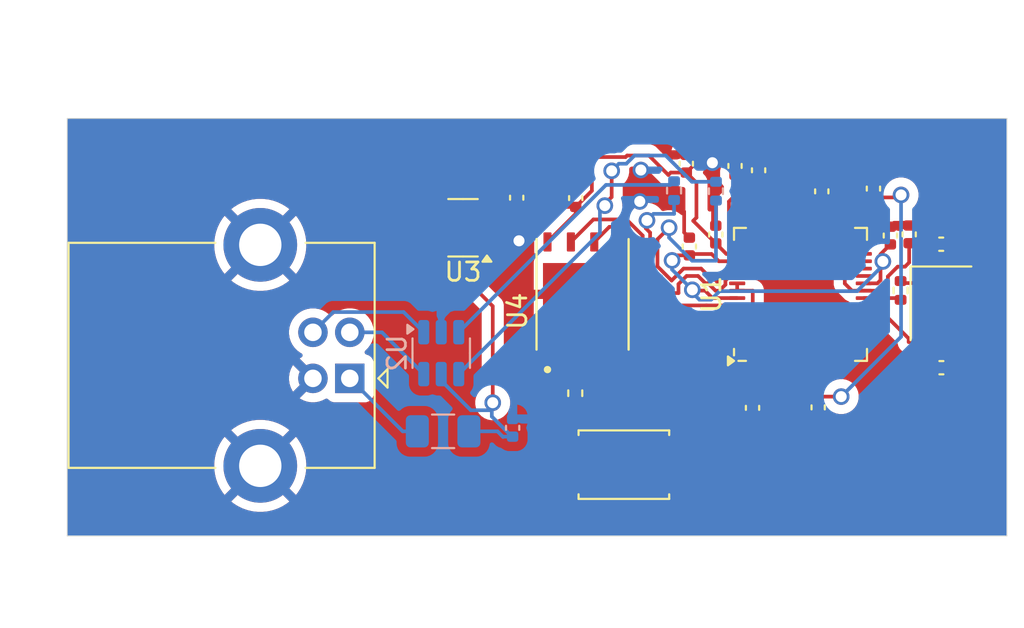
<source format=kicad_pcb>
(kicad_pcb (version 20241229) (generator "pcbnew") (generator_version "9.0")
  (layers (0 "F.Cu" signal) (2 "B.Cu" signal) (13 "F.Paste" user) (15 "B.Paste" user) (5 "F.SilkS" user "F.Silkscreen") (7 "B.SilkS" user "B.Silkscreen") (1 "F.Mask" user) (3 "B.Mask" user) (25 "Edge.Cuts" user))
  (net 0 "")
  (net 1 "GND")
  (net 2 "+5V")
  (net 3 "+3V3")
  (net 4 "/XTAL_IN")
  (net 5 "Net-(C4-Pad2)")
  (net 6 "Net-(J1-VBUS)")
  (net 7 "/D_USB_N")
  (net 8 "/D_USB_P")
  (net 9 "Net-(U1-USB_DP)")
  (net 10 "/D_P")
  (net 11 "Net-(U1-USB_DM)")
  (net 12 "/D_N")
  (net 13 "/XTAL_OUT")
  (net 14 "Net-(R4-Pad2)")
  (net 15 "/QSPI_SS")
  (net 28 "+1V1")
  (net 34 "/QSPI_SD1")
  (net 42 "/QSPI_SD0")
  (net 47 "/QSPI_SD2")
  (net 49 "/QSPI_SCLK")
  (net 53 "/QSPI_SD3")
  (footprint "Capacitor_SMD:C_0402_1005Metric-notxt" (layer "F.Cu") (at 95.1225 61.1775 90)
    (property "Reference" "C11")
    (property "Value" "100nF")
    (fp_line (start -0.107836 -0.36) (end 0.107836 -0.36) (stroke (width 0.12)) (layer "F.SilkS"))
    (fp_line (start -0.107836 0.36) (end 0.107836 0.36) (stroke (width 0.12)) (layer "F.SilkS"))
    (pad "1" smd roundrect (at -0.48 0 90) (size 0.56 0.62) (layers "F.Cu" "F.Mask" "F.Paste") (net 3 "+3V3"))
    (pad "2" smd roundrect (at 0.48 0 90) (size 0.56 0.62) (layers "F.Cu" "F.Mask" "F.Paste") (net 1 "GND"))
  )
  (footprint "Capacitor_SMD:C_0402_1005Metric-notxt" (layer "F.Cu") (at 105.6225 61.1675 90)
    (property "Reference" "C16")
    (property "Value" "100nF")
    (fp_line (start -0.107836 -0.36) (end 0.107836 -0.36) (stroke (width 0.12)) (layer "F.SilkS"))
    (fp_line (start -0.107836 0.36) (end 0.107836 0.36) (stroke (width 0.12)) (layer "F.SilkS"))
    (pad "1" smd roundrect (at -0.48 0 90) (size 0.56 0.62) (layers "F.Cu" "F.Mask" "F.Paste") (net 3 "+3V3"))
    (pad "2" smd roundrect (at 0.48 0 90) (size 0.56 0.62) (layers "F.Cu" "F.Mask" "F.Paste") (net 1 "GND"))
  )
  (footprint "Capacitor_SMD:C_0402_1005Metric-notxt" (layer "F.Cu") (at 107.3725 68.4075)
    (property "Reference" "C3")
    (property "Value" "22pF")
    (fp_line (start -0.107836 -0.36) (end 0.107836 -0.36) (stroke (width 0.12)) (layer "F.SilkS"))
    (fp_line (start -0.107836 0.36) (end 0.107836 0.36) (stroke (width 0.12)) (layer "F.SilkS"))
    (pad "1" smd roundrect (at -0.48 0) (size 0.56 0.62) (layers "F.Cu" "F.Mask" "F.Paste") (net 1 "GND"))
    (pad "2" smd roundrect (at 0.48 0) (size 0.56 0.62) (layers "F.Cu" "F.Mask" "F.Paste") (net 4 "/XTAL_IN"))
  )
  (footprint "Capacitor_SMD:C_0402_1005Metric-notxt" (layer "F.Cu") (at 96.1675 57.4525 90)
    (property "Reference" "C14")
    (property "Value" "100nF")
    (fp_line (start -0.107836 -0.36) (end 0.107836 -0.36) (stroke (width 0.12)) (layer "F.SilkS"))
    (fp_line (start -0.107836 0.36) (end 0.107836 0.36) (stroke (width 0.12)) (layer "F.SilkS"))
    (pad "1" smd roundrect (at -0.48 0 90) (size 0.56 0.62) (layers "F.Cu" "F.Mask" "F.Paste") (net 3 "+3V3"))
    (pad "2" smd roundrect (at 0.48 0 90) (size 0.56 0.62) (layers "F.Cu" "F.Mask" "F.Paste") (net 1 "GND"))
  )
  (footprint "Capacitor_SMD:C_0402_1005Metric-notxt" (layer "F.Cu") (at 103.6825 58.6825 90)
    (property "Reference" "C9")
    (property "Value" "10uF")
    (fp_line (start -0.107836 -0.36) (end 0.107836 -0.36) (stroke (width 0.12)) (layer "F.SilkS"))
    (fp_line (start -0.107836 0.36) (end 0.107836 0.36) (stroke (width 0.12)) (layer "F.SilkS"))
    (pad "1" smd roundrect (at -0.48 0 90) (size 0.56 0.62) (layers "F.Cu" "F.Mask" "F.Paste") (net 3 "+3V3"))
    (pad "2" smd roundrect (at 0.48 0 90) (size 0.56 0.62) (layers "F.Cu" "F.Mask" "F.Paste") (net 1 "GND"))
  )
  (footprint "W25Q16JVZPIQ (2):SON127P500X600X80-9N" (layer "F.Cu") (at 87.89 64.425 90)
    (property "Reference" "U4" (at -0.915 -3.535 90) (layer "F.SilkS"))
    (property "Value" "W25Q16JVZPIQ")
    (fp_line (start -3 -2.5) (end 3 -2.5) (stroke (width 0.127)) (layer "F.SilkS"))
    (fp_line (start -3 2.5) (end 3 2.5) (stroke (width 0.127)) (layer "F.SilkS"))
    (fp_circle (center -4.085 -1.905) (end -3.985 -1.905) (stroke (width 0.2)) (fill no) (layer "F.SilkS"))
    (pad "1" smd roundrect (at -2.845 -1.905 90) (size 1.04 0.44) (layers "F.Cu" "F.Mask" "F.Paste") (roundrect_rratio 0.125) (net 15 "/QSPI_SS"))
    (pad "2" smd roundrect (at -2.845 -0.635 90) (size 1.04 0.44) (layers "F.Cu" "F.Mask" "F.Paste") (roundrect_rratio 0.125) (net 34 "/QSPI_SD1"))
    (pad "3" smd roundrect (at -2.845 0.635 90) (size 1.04 0.44) (layers "F.Cu" "F.Mask" "F.Paste") (roundrect_rratio 0.125) (net 47 "/QSPI_SD2"))
    (pad "4" smd roundrect (at -2.845 1.905 90) (size 1.04 0.44) (layers "F.Cu" "F.Mask" "F.Paste") (roundrect_rratio 0.125) (net 1 "GND"))
    (pad "5" smd roundrect (at 2.845 1.905 90) (size 1.04 0.44) (layers "F.Cu" "F.Mask" "F.Paste") (roundrect_rratio 0.125) (net 42 "/QSPI_SD0"))
    (pad "6" smd roundrect (at 2.845 0.635 90) (size 1.04 0.44) (layers "F.Cu" "F.Mask" "F.Paste") (roundrect_rratio 0.125) (net 49 "/QSPI_SCLK"))
    (pad "7" smd roundrect (at 2.845 -0.635 90) (size 1.04 0.44) (layers "F.Cu" "F.Mask" "F.Paste") (roundrect_rratio 0.125) (net 53 "/QSPI_SD3"))
    (pad "8" smd roundrect (at 2.845 -1.905 90) (size 1.04 0.44) (layers "F.Cu" "F.Mask" "F.Paste") (roundrect_rratio 0.125) (net 3 "+3V3"))
    (pad "9" smd rect (at 0 0 90) (size 3.4 4.3) (layers "F.Cu" "F.Mask") (net 1 "GND"))
  )
  (footprint "Capacitor_SMD:C_0402_1005Metric-notxt" (layer "F.Cu") (at 87.5175 59.1975 90)
    (property "Reference" "C5")
    (property "Value" "100nF")
    (fp_line (start -0.107836 -0.36) (end 0.107836 -0.36) (stroke (width 0.12)) (layer "F.SilkS"))
    (fp_line (start -0.107836 0.36) (end 0.107836 0.36) (stroke (width 0.12)) (layer "F.SilkS"))
    (pad "1" smd roundrect (at -0.48 0 90) (size 0.56 0.62) (layers "F.Cu" "F.Mask" "F.Paste") (net 3 "+3V3"))
    (pad "2" smd roundrect (at 0.48 0 90) (size 0.56 0.62) (layers "F.Cu" "F.Mask" "F.Paste") (net 1 "GND"))
  )
  (footprint "Capacitor_SMD:C_0402_1005Metric-notxt" (layer "F.Cu") (at 93.5225 57.3325 90)
    (property "Reference" "C10")
    (property "Value" "1uF")
    (fp_line (start -0.107836 -0.36) (end 0.107836 -0.36) (stroke (width 0.12)) (layer "F.SilkS"))
    (fp_line (start -0.107836 0.36) (end 0.107836 0.36) (stroke (width 0.12)) (layer "F.SilkS"))
    (pad "1" smd roundrect (at -0.48 0 90) (size 0.56 0.62) (layers "F.Cu" "F.Mask" "F.Paste") (net 3 "+3V3"))
    (pad "2" smd roundrect (at 0.48 0 90) (size 0.56 0.62) (layers "F.Cu" "F.Mask" "F.Paste") (net 1 "GND"))
  )
  (footprint "Package_TO_SOT_SMD:SOT-23-3" (layer "F.Cu") (at 81.3975 60.81 180)
    (property "Reference" "U3" (at 0 -2.4 0) (layer "F.SilkS"))
    (property "Value" "XC6206PxxxMR")
    (fp_line (start 0 1.56) (end 0.8 1.56) (stroke (width 0.12)) (layer "F.SilkS"))
    (fp_line (start 0 1.56) (end -0.8 1.56) (stroke (width 0.12)) (layer "F.SilkS"))
    (fp_line (start 0 -1.56) (end 0.8 -1.56) (stroke (width 0.12)) (layer "F.SilkS"))
    (fp_line (start 0 -1.56) (end -0.8 -1.56) (stroke (width 0.12)) (layer "F.SilkS"))
    (fp_poly (pts (xy -1.3 -1.51) (xy -1.54 -1.84) (xy -1.06 -1.84)) (stroke (width 0.12)) (fill yes) (layer "F.SilkS"))
    (pad "1" smd roundrect (at -1.1375 -0.95 180) (size 1.325 0.6) (layers "F.Cu" "F.Mask" "F.Paste") (net 1 "GND"))
    (pad "2" smd roundrect (at -1.1375 0.95 180) (size 1.325 0.6) (layers "F.Cu" "F.Mask" "F.Paste") (net 3 "+3V3"))
    (pad "3" smd roundrect (at 1.1375 0 180) (size 1.325 0.6) (layers "F.Cu" "F.Mask" "F.Paste") (net 2 "+5V"))
  )
  (footprint "Capacitor_SMD:C_0402_1005Metric-notxt" (layer "F.Cu") (at 93.6875 61.8275 90)
    (property "Reference" "C6")
    (property "Value" "1uF")
    (fp_line (start -0.107836 -0.36) (end 0.107836 -0.36) (stroke (width 0.12)) (layer "F.SilkS"))
    (fp_line (start -0.107836 0.36) (end 0.107836 0.36) (stroke (width 0.12)) (layer "F.SilkS"))
    (pad "1" smd roundrect (at -0.48 0 90) (size 0.56 0.62) (layers "F.Cu" "F.Mask" "F.Paste") (net 28 "+1V1"))
    (pad "2" smd roundrect (at 0.48 0 90) (size 0.56 0.62) (layers "F.Cu" "F.Mask" "F.Paste") (net 1 "GND"))
  )
  (footprint "Capacitor_SMD:C_0402_1005Metric-notxt" (layer "F.Cu") (at 100.6825 70.5625 -90)
    (property "Reference" "C17")
    (property "Value" "100nF")
    (fp_line (start -0.107836 0.36) (end 0.107836 0.36) (stroke (width 0.12)) (layer "F.SilkS"))
    (fp_line (start -0.107836 -0.36) (end 0.107836 -0.36) (stroke (width 0.12)) (layer "F.SilkS"))
    (pad "1" smd roundrect (at -0.48 0 270) (size 0.56 0.62) (layers "F.Cu" "F.Mask" "F.Paste") (net 3 "+3V3"))
    (pad "2" smd roundrect (at 0.48 0 270) (size 0.56 0.62) (layers "F.Cu" "F.Mask" "F.Paste") (net 1 "GND"))
  )
  (footprint "Resistor_SMD:R_0402_1005Metric-notext" (layer "F.Cu") (at 105.1575 64.2125 -90)
    (property "Reference" "R3")
    (property "Value" "1k")
    (fp_line (start -0.153641 0.38) (end 0.153641 0.38) (stroke (width 0.12)) (layer "F.SilkS"))
    (fp_line (start -0.153641 -0.38) (end 0.153641 -0.38) (stroke (width 0.12)) (layer "F.SilkS"))
    (pad "1" smd roundrect (at -0.51 0 270) (size 0.54 0.64) (layers "F.Cu" "F.Mask" "F.Paste") (net 5 "Net-(C4-Pad2)"))
    (pad "2" smd roundrect (at 0.51 0 270) (size 0.54 0.64) (layers "F.Cu" "F.Mask" "F.Paste") (net 13 "/XTAL_OUT"))
  )
  (footprint "Capacitor_SMD:C_0402_1005Metric-notxt" (layer "F.Cu") (at 100.8775 58.8325 90)
    (property "Reference" "C12")
    (property "Value" "100nF")
    (fp_line (start -0.107836 -0.36) (end 0.107836 -0.36) (stroke (width 0.12)) (layer "F.SilkS"))
    (fp_line (start -0.107836 0.36) (end 0.107836 0.36) (stroke (width 0.12)) (layer "F.SilkS"))
    (pad "1" smd roundrect (at -0.48 0 90) (size 0.56 0.62) (layers "F.Cu" "F.Mask" "F.Paste") (net 3 "+3V3"))
    (pad "2" smd roundrect (at 0.48 0 90) (size 0.56 0.62) (layers "F.Cu" "F.Mask" "F.Paste") (net 1 "GND"))
  )
  (footprint "Capacitor_SMD:C_0402_1005Metric-notxt" (layer "F.Cu") (at 97.1175 70.5875 -90)
    (property "Reference" "C13")
    (property "Value" "100nF")
    (fp_line (start -0.107836 0.36) (end 0.107836 0.36) (stroke (width 0.12)) (layer "F.SilkS"))
    (fp_line (start -0.107836 -0.36) (end 0.107836 -0.36) (stroke (width 0.12)) (layer "F.SilkS"))
    (pad "1" smd roundrect (at -0.48 0 270) (size 0.56 0.62) (layers "F.Cu" "F.Mask" "F.Paste") (net 3 "+3V3"))
    (pad "2" smd roundrect (at 0.48 0 270) (size 0.56 0.62) (layers "F.Cu" "F.Mask" "F.Paste") (net 1 "GND"))
  )
  (footprint "Resistor_SMD:R_0402_1005Metric-notext" (layer "F.Cu") (at 87.4925 69.7925 -90)
    (property "Reference" "R4")
    (property "Value" "1k")
    (fp_line (start -0.153641 0.38) (end 0.153641 0.38) (stroke (width 0.12)) (layer "F.SilkS"))
    (fp_line (start -0.153641 -0.38) (end 0.153641 -0.38) (stroke (width 0.12)) (layer "F.SilkS"))
    (pad "1" smd roundrect (at -0.51 0 270) (size 0.54 0.64) (layers "F.Cu" "F.Mask" "F.Paste") (net 15 "/QSPI_SS"))
    (pad "2" smd roundrect (at 0.51 0 270) (size 0.54 0.64) (layers "F.Cu" "F.Mask" "F.Paste") (net 14 "Net-(R4-Pad2)"))
  )
  (footprint "Capacitor_SMD:C_0402_1005Metric-notxt" (layer "F.Cu") (at 97.4475 57.6875 90)
    (property "Reference" "C15")
    (property "Value" "100nF")
    (fp_line (start -0.107836 -0.36) (end 0.107836 -0.36) (stroke (width 0.12)) (layer "F.SilkS"))
    (fp_line (start -0.107836 0.36) (end 0.107836 0.36) (stroke (width 0.12)) (layer "F.SilkS"))
    (pad "1" smd roundrect (at -0.48 0 90) (size 0.56 0.62) (layers "F.Cu" "F.Mask" "F.Paste") (net 3 "+3V3"))
    (pad "2" smd roundrect (at 0.48 0 90) (size 0.56 0.62) (layers "F.Cu" "F.Mask" "F.Paste") (net 1 "GND"))
  )
  (footprint "Package_DFN_QFN:QFN-56-1EP_7x7mm_P0.4mm_EP3.2x3.2mm" (layer "F.Cu") (at 99.7225 64.4275 90)
    (property "Reference" "U1" (at 0 -4.83 90) (layer "F.SilkS"))
    (property "Value" "RP2040")
    (fp_line (start 3.61 -3.61) (end 3.61 -2.96) (stroke (width 0.12)) (layer "F.SilkS"))
    (fp_line (start 2.96 -3.61) (end 3.61 -3.61) (stroke (width 0.12)) (layer "F.SilkS"))
    (fp_line (start -2.96 -3.61) (end -3.31 -3.61) (stroke (width 0.12)) (layer "F.SilkS"))
    (fp_line (start -3.61 -2.96) (end -3.61 -3.37) (stroke (width 0.12)) (layer "F.SilkS"))
    (fp_line (start 3.61 3.61) (end 3.61 2.96) (stroke (width 0.12)) (layer "F.SilkS"))
    (fp_line (start 2.96 3.61) (end 3.61 3.61) (stroke (width 0.12)) (layer "F.SilkS"))
    (fp_line (start -2.96 3.61) (end -3.61 3.61) (stroke (width 0.12)) (layer "F.SilkS"))
    (fp_line (start -3.61 3.61) (end -3.61 2.96) (stroke (width 0.12)) (layer "F.SilkS"))
    (fp_poly (pts (xy -3.61 -3.61) (xy -3.85 -3.94) (xy -3.37 -3.94)) (stroke (width 0.12)) (fill yes) (layer "F.SilkS"))
    (pad "1" smd roundrect (at -3.4375 -2.6 90) (size 0.875 0.2) (layers "F.Cu" "F.Mask" "F.Paste") (net 3 "+3V3"))
    (pad "2" smd roundrect (at -3.4375 -2.2 90) (size 0.875 0.2) (layers "F.Cu" "F.Mask" "F.Paste"))
    (pad "3" smd roundrect (at -3.4375 -1.8 90) (size 0.875 0.2) (layers "F.Cu" "F.Mask" "F.Paste"))
    (pad "4" smd roundrect (at -3.4375 -1.4 90) (size 0.875 0.2) (layers "F.Cu" "F.Mask" "F.Paste"))
    (pad "5" smd roundrect (at -3.4375 -1 90) (size 0.875 0.2) (layers "F.Cu" "F.Mask" "F.Paste"))
    (pad "6" smd roundrect (at -3.4375 -0.6 90) (size 0.875 0.2) (layers "F.Cu" "F.Mask" "F.Paste"))
    (pad "7" smd roundrect (at -3.4375 -0.2 90) (size 0.875 0.2) (layers "F.Cu" "F.Mask" "F.Paste"))
    (pad "8" smd roundrect (at -3.4375 0.2 90) (size 0.875 0.2) (layers "F.Cu" "F.Mask" "F.Paste"))
    (pad "9" smd roundrect (at -3.4375 0.6 90) (size 0.875 0.2) (layers "F.Cu" "F.Mask" "F.Paste"))
    (pad "10" smd roundrect (at -3.4375 1 90) (size 0.875 0.2) (layers "F.Cu" "F.Mask" "F.Paste") (net 3 "+3V3"))
    (pad "11" smd roundrect (at -3.4375 1.4 90) (size 0.875 0.2) (layers "F.Cu" "F.Mask" "F.Paste"))
    (pad "12" smd roundrect (at -3.4375 1.8 90) (size 0.875 0.2) (layers "F.Cu" "F.Mask" "F.Paste"))
    (pad "13" smd roundrect (at -3.4375 2.2 90) (size 0.875 0.2) (layers "F.Cu" "F.Mask" "F.Paste"))
    (pad "14" smd roundrect (at -3.4375 2.6 90) (size 0.875 0.2) (layers "F.Cu" "F.Mask" "F.Paste"))
    (pad "15" smd roundrect (at -2.6 3.4375 90) (size 0.2 0.875) (layers "F.Cu" "F.Mask" "F.Paste"))
    (pad "16" smd roundrect (at -2.2 3.4375 90) (size 0.2 0.875) (layers "F.Cu" "F.Mask" "F.Paste"))
    (pad "17" smd roundrect (at -1.8 3.4375 90) (size 0.2 0.875) (layers "F.Cu" "F.Mask" "F.Paste"))
    (pad "18" smd roundrect (at -1.4 3.4375 90) (size 0.2 0.875) (layers "F.Cu" "F.Mask" "F.Paste"))
    (pad "19" smd roundrect (at -1 3.4375 90) (size 0.2 0.875) (layers "F.Cu" "F.Mask" "F.Paste") (net 1 "GND"))
    (pad "20" smd roundrect (at -0.6 3.4375 90) (size 0.2 0.875) (layers "F.Cu" "F.Mask" "F.Paste") (net 4 "/XTAL_IN"))
    (pad "21" smd roundrect (at -0.2 3.4375 90) (size 0.2 0.875) (layers "F.Cu" "F.Mask" "F.Paste") (net 13 "/XTAL_OUT"))
    (pad "22" smd roundrect (at 0.2 3.4375 90) (size 0.2 0.875) (layers "F.Cu" "F.Mask" "F.Paste") (net 3 "+3V3"))
    (pad "23" smd roundrect (at 0.6 3.4375 90) (size 0.2 0.875) (layers "F.Cu" "F.Mask" "F.Paste") (net 28 "+1V1"))
    (pad "24" smd roundrect (at 1 3.4375 90) (size 0.2 0.875) (layers "F.Cu" "F.Mask" "F.Paste"))
    (pad "25" smd roundrect (at 1.4 3.4375 90) (size 0.2 0.875) (layers "F.Cu" "F.Mask" "F.Paste"))
    (pad "26" smd roundrect (at 1.8 3.4375 90) (size 0.2 0.875) (layers "F.Cu" "F.Mask" "F.Paste") (net 3 "+3V3"))
    (pad "27" smd roundrect (at 2.2 3.4375 90) (size 0.2 0.875) (layers "F.Cu" "F.Mask" "F.Paste"))
    (pad "28" smd roundrect (at 2.6 3.4375 90) (size 0.2 0.875) (layers "F.Cu" "F.Mask" "F.Paste"))
    (pad "29" smd roundrect (at 3.4375 2.6 90) (size 0.875 0.2) (layers "F.Cu" "F.Mask" "F.Paste"))
    (pad "30" smd roundrect (at 3.4375 2.2 90) (size 0.875 0.2) (layers "F.Cu" "F.Mask" "F.Paste"))
    (pad "31" smd roundrect (at 3.4375 1.8 90) (size 0.875 0.2) (layers "F.Cu" "F.Mask" "F.Paste"))
    (pad "32" smd roundrect (at 3.4375 1.4 90) (size 0.875 0.2) (layers "F.Cu" "F.Mask" "F.Paste"))
    (pad "33" smd roundrect (at 3.4375 1 90) (size 0.875 0.2) (layers "F.Cu" "F.Mask" "F.Paste") (net 3 "+3V3"))
    (pad "34" smd roundrect (at 3.4375 0.6 90) (size 0.875 0.2) (layers "F.Cu" "F.Mask" "F.Paste"))
    (pad "35" smd roundrect (at 3.4375 0.2 90) (size 0.875 0.2) (layers "F.Cu" "F.Mask" "F.Paste"))
    (pad "36" smd roundrect (at 3.4375 -0.2 90) (size 0.875 0.2) (layers "F.Cu" "F.Mask" "F.Paste"))
    (pad "37" smd roundrect (at 3.4375 -0.6 90) (size 0.875 0.2) (layers "F.Cu" "F.Mask" "F.Paste"))
    (pad "38" smd roundrect (at 3.4375 -1 90) (size 0.875 0.2) (layers "F.Cu" "F.Mask" "F.Paste"))
    (pad "39" smd roundrect (at 3.4375 -1.4 90) (size 0.875 0.2) (layers "F.Cu" "F.Mask" "F.Paste"))
    (pad "40" smd roundrect (at 3.4375 -1.8 90) (size 0.875 0.2) (layers "F.Cu" "F.Mask" "F.Paste"))
    (pad "41" smd roundrect (at 3.4375 -2.2 90) (size 0.875 0.2) (layers "F.Cu" "F.Mask" "F.Paste"))
    (pad "42" smd roundrect (at 3.4375 -2.6 90) (size 0.875 0.2) (layers "F.Cu" "F.Mask" "F.Paste") (net 3 "+3V3"))
    (pad "43" smd roundrect (at 2.6 -3.4375 90) (size 0.2 0.875) (layers "F.Cu" "F.Mask" "F.Paste") (net 3 "+3V3"))
    (pad "44" smd roundrect (at 2.2 -3.4375 90) (size 0.2 0.875) (layers "F.Cu" "F.Mask" "F.Paste") (net 3 "+3V3"))
    (pad "45" smd roundrect (at 1.8 -3.4375 90) (size 0.2 0.875) (layers "F.Cu" "F.Mask" "F.Paste") (net 28 "+1V1"))
    (pad "46" smd roundrect (at 1.4 -3.4375 90) (size 0.2 0.875) (layers "F.Cu" "F.Mask" "F.Paste") (net 11 "Net-(U1-USB_DM)"))
    (pad "47" smd roundrect (at 1 -3.4375 90) (size 0.2 0.875) (layers "F.Cu" "F.Mask" "F.Paste") (net 9 "Net-(U1-USB_DP)"))
    (pad "48" smd roundrect (at 0.6 -3.4375 90) (size 0.2 0.875) (layers "F.Cu" "F.Mask" "F.Paste") (net 3 "+3V3"))
    (pad "49" smd roundrect (at 0.2 -3.4375 90) (size 0.2 0.875) (layers "F.Cu" "F.Mask" "F.Paste") (net 3 "+3V3"))
    (pad "50" smd roundrect (at -0.2 -3.4375 90) (size 0.2 0.875) (layers "F.Cu" "F.Mask" "F.Paste") (net 28 "+1V1"))
    (pad "51" smd roundrect (at -0.6 -3.4375 90) (size 0.2 0.875) (layers "F.Cu" "F.Mask" "F.Paste") (net 53 "/QSPI_SD3"))
    (pad "52" smd roundrect (at -1 -3.4375 90) (size 0.2 0.875) (layers "F.Cu" "F.Mask" "F.Paste") (net 49 "/QSPI_SCLK"))
    (pad "53" smd roundrect (at -1.4 -3.4375 90) (size 0.2 0.875) (layers "F.Cu" "F.Mask" "F.Paste") (net 42 "/QSPI_SD0"))
    (pad "54" smd roundrect (at -1.8 -3.4375 90) (size 0.2 0.875) (layers "F.Cu" "F.Mask" "F.Paste") (net 47 "/QSPI_SD2"))
    (pad "55" smd roundrect (at -2.2 -3.4375 90) (size 0.2 0.875) (layers "F.Cu" "F.Mask" "F.Paste") (net 34 "/QSPI_SD1"))
    (pad "56" smd roundrect (at -2.6 -3.4375 90) (size 0.2 0.875) (layers "F.Cu" "F.Mask" "F.Paste") (net 15 "/QSPI_SS"))
    (pad "57" smd rect (at 0 0 90) (size 3.2 3.2) (property pad_prop_heatsink) (layers "F.Cu" "F.Mask") (net 1 "GND"))
  )
  (footprint "Capacitor_SMD:C_0402_1005Metric-notxt" (layer "F.Cu") (at 104.6025 61.2325 90)
    (property "Reference" "C7")
    (property "Value" "100nF")
    (fp_line (start -0.107836 -0.36) (end 0.107836 -0.36) (stroke (width 0.12)) (layer "F.SilkS"))
    (fp_line (start -0.107836 0.36) (end 0.107836 0.36) (stroke (width 0.12)) (layer "F.SilkS"))
    (pad "1" smd roundrect (at -0.48 0 90) (size 0.56 0.62) (layers "F.Cu" "F.Mask" "F.Paste") (net 28 "+1V1"))
    (pad "2" smd roundrect (at 0.48 0 90) (size 0.56 0.62) (layers "F.Cu" "F.Mask" "F.Paste") (net 1 "GND"))
  )
  (footprint "Crystal:Crystal_SMD_3225-4Pin_3.2x2.5mm-notxt" (layer "F.Cu") (at 107.3475 64.9125 -90)
    (property "Reference" "Y1")
    (property "Value" "Crystal_GND24_Small")
    (fp_line (start -2 1.65) (end 2 1.65) (stroke (width 0.12)) (layer "F.SilkS"))
    (fp_line (start -2 -1.65) (end -2 1.65) (stroke (width 0.12)) (layer "F.SilkS"))
    (pad "1" smd rect (at -1.1 0.85 270) (size 1.4 1.2) (layers "F.Cu" "F.Mask" "F.Paste") (net 5 "Net-(C4-Pad2)"))
    (pad "2" smd rect (at 1.1 0.85 270) (size 1.4 1.2) (layers "F.Cu" "F.Mask" "F.Paste") (net 1 "GND"))
    (pad "3" smd rect (at 1.1 -0.85 270) (size 1.4 1.2) (layers "F.Cu" "F.Mask" "F.Paste") (net 4 "/XTAL_IN"))
    (pad "4" smd rect (at -1.1 -0.85 270) (size 1.4 1.2) (layers "F.Cu" "F.Mask" "F.Paste") (net 1 "GND"))
  )
  (footprint "Button_Switch_SMD:SW_SPST_EVQP2-notxt" (layer "F.Cu") (at 90.1325 73.6725 180)
    (property "Reference" "SW1")
    (property "Value" "SW_Push")
    (fp_line (start 2.46 1.61) (end 2.46 1.86) (stroke (width 0.12)) (layer "F.SilkS"))
    (fp_line (start 2.46 -1.86) (end 2.46 -1.61) (stroke (width 0.12)) (layer "F.SilkS"))
    (fp_line (start 2.46 -1.86) (end -2.46 -1.86) (stroke (width 0.12)) (layer "F.SilkS"))
    (fp_line (start -2.46 1.86) (end 2.46 1.86) (stroke (width 0.12)) (layer "F.SilkS"))
    (fp_line (start -2.46 1.61) (end -2.46 1.86) (stroke (width 0.12)) (layer "F.SilkS"))
    (fp_line (start -2.46 -1.86) (end -2.46 -1.61) (stroke (width 0.12)) (layer "F.SilkS"))
    (pad "1" smd rect (at -2.575 -0.85 180) (size 1.45 1) (layers "F.Cu" "F.Mask" "F.Paste") (net 1 "GND"))
    (pad "1" smd rect (at 2.575 -0.85 180) (size 1.45 1) (layers "F.Cu" "F.Mask" "F.Paste") (net 1 "GND"))
    (pad "2" smd rect (at -2.575 0.85 180) (size 1.45 1) (layers "F.Cu" "F.Mask" "F.Paste") (net 14 "Net-(R4-Pad2)"))
    (pad "2" smd rect (at 2.575 0.85 180) (size 1.45 1) (layers "F.Cu" "F.Mask" "F.Paste") (net 14 "Net-(R4-Pad2)"))
  )
  (footprint "Capacitor_SMD:C_0402_1005Metric-notxt" (layer "F.Cu") (at 107.3625 61.7025 180)
    (property "Reference" "C4")
    (property "Value" "22pF")
    (fp_line (start -0.107836 0.36) (end 0.107836 0.36) (stroke (width 0.12)) (layer "F.SilkS"))
    (fp_line (start -0.107836 -0.36) (end 0.107836 -0.36) (stroke (width 0.12)) (layer "F.SilkS"))
    (pad "1" smd roundrect (at -0.48 0 180) (size 0.56 0.62) (layers "F.Cu" "F.Mask" "F.Paste") (net 1 "GND"))
    (pad "2" smd roundrect (at 0.48 0 180) (size 0.56 0.62) (layers "F.Cu" "F.Mask" "F.Paste") (net 5 "Net-(C4-Pad2)"))
  )
  (footprint "Connector_USB:USB_B_Lumberg_2411_02_Horizontal-notxt" (layer "F.Cu") (at 75.25 68.9875 180)
    (property "Reference" "J1")
    (property "Value" "USB_B")
    (fp_line (start 15.27 7.36) (end 15.27 -4.86) (stroke (width 0.12)) (layer "F.SilkS"))
    (fp_line (start 15.27 7.36) (end 7.3 7.36) (stroke (width 0.12)) (layer "F.SilkS"))
    (fp_line (start 15.27 -4.86) (end 7.3 -4.86) (stroke (width 0.12)) (layer "F.SilkS"))
    (fp_line (start -1.35 7.36) (end 2.4 7.36) (stroke (width 0.12)) (layer "F.SilkS"))
    (fp_line (start -1.35 7.36) (end -1.35 -4.86) (stroke (width 0.12)) (layer "F.SilkS"))
    (fp_line (start -1.35 -4.86) (end 2.4 -4.86) (stroke (width 0.12)) (layer "F.SilkS"))
    (fp_line (start -1.55 0) (end -2.05 -0.5) (stroke (width 0.12)) (layer "F.SilkS"))
    (fp_line (start -2.05 0.5) (end -1.55 0) (stroke (width 0.12)) (layer "F.SilkS"))
    (fp_line (start -2.05 -0.5) (end -2.05 0.5) (stroke (width 0.12)) (layer "F.SilkS"))
    (pad "1" thru_hole rect (at 0 0 270) (size 1.6 1.6) (drill 0.95) (layers "*.Cu" "*.Mask") (net 6 "Net-(J1-VBUS)"))
    (pad "2" thru_hole circle (at 0 2.5 270) (size 1.6 1.6) (drill 0.95) (layers "*.Cu" "*.Mask") (net 7 "/D_USB_N"))
    (pad "3" thru_hole circle (at 2 2.5 270) (size 1.6 1.6) (drill 0.95) (layers "*.Cu" "*.Mask") (net 8 "/D_USB_P"))
    (pad "4" thru_hole circle (at 2 0 270) (size 1.6 1.6) (drill 0.95) (layers "*.Cu" "*.Mask") (net 1 "GND"))
    (pad "5" thru_hole circle (at 4.86 -4.75 270) (size 4 4) (drill 2.3) (layers "*.Cu" "*.Mask") (net 1 "GND"))
    (pad "5" thru_hole circle (at 4.86 7.25 270) (size 4 4) (drill 2.3) (layers "*.Cu" "*.Mask") (net 1 "GND"))
  )
  (footprint "Capacitor_SMD:C_0402_1005Metric-notxt" (layer "F.Cu") (at 84.3125 59.1775 -90)
    (property "Reference" "C2")
    (property "Value" "1uF")
    (fp_line (start -0.107836 0.36) (end 0.107836 0.36) (stroke (width 0.12)) (layer "F.SilkS"))
    (fp_line (start -0.107836 -0.36) (end 0.107836 -0.36) (stroke (width 0.12)) (layer "F.SilkS"))
    (pad "1" smd roundrect (at -0.48 0 270) (size 0.56 0.62) (layers "F.Cu" "F.Mask" "F.Paste") (net 1 "GND"))
    (pad "2" smd roundrect (at 0.48 0 270) (size 0.56 0.62) (layers "F.Cu" "F.Mask" "F.Paste") (net 3 "+3V3"))
  )
  (footprint "Resistor_SMD:R_0402_1005Metric-notext" (layer "B.Cu") (at 95.1325 58.8225 -90)
    (property "Reference" "R2")
    (property "Value" "27R")
    (fp_line (start -0.153641 0.38) (end 0.153641 0.38) (stroke (width 0.12)) (layer "B.SilkS"))
    (fp_line (start -0.153641 -0.38) (end 0.153641 -0.38) (stroke (width 0.12)) (layer "B.SilkS"))
    (pad "1" smd roundrect (at -0.51 0 270) (size 0.54 0.64) (layers "B.Cu" "B.Mask" "B.Paste") (net 12 "/D_N"))
    (pad "2" smd roundrect (at 0.51 0 270) (size 0.54 0.64) (layers "B.Cu" "B.Mask" "B.Paste") (net 11 "Net-(U1-USB_DM)"))
  )
  (footprint "Resistor_SMD:R_0402_1005Metric-notext" (layer "B.Cu") (at 92.8575 58.7925 -90)
    (property "Reference" "R1")
    (property "Value" "27R")
    (fp_line (start -0.153641 0.38) (end 0.153641 0.38) (stroke (width 0.12)) (layer "B.SilkS"))
    (fp_line (start -0.153641 -0.38) (end 0.153641 -0.38) (stroke (width 0.12)) (layer "B.SilkS"))
    (pad "1" smd roundrect (at -0.51 0 270) (size 0.54 0.64) (layers "B.Cu" "B.Mask" "B.Paste") (net 10 "/D_P"))
    (pad "2" smd roundrect (at 0.51 0 270) (size 0.54 0.64) (layers "B.Cu" "B.Mask" "B.Paste") (net 9 "Net-(U1-USB_DP)"))
  )
  (footprint "Capacitor_SMD:C_0402_1005Metric-notxt" (layer "B.Cu") (at 84.0925 71.6725 -90)
    (property "Reference" "C1")
    (property "Value" "1uF")
    (fp_line (start -0.107836 0.36) (end 0.107836 0.36) (stroke (width 0.12)) (layer "B.SilkS"))
    (fp_line (start -0.107836 -0.36) (end 0.107836 -0.36) (stroke (width 0.12)) (layer "B.SilkS"))
    (pad "1" smd roundrect (at -0.48 0 270) (size 0.56 0.62) (layers "B.Cu" "B.Mask" "B.Paste") (net 1 "GND"))
    (pad "2" smd roundrect (at 0.48 0 270) (size 0.56 0.62) (layers "B.Cu" "B.Mask" "B.Paste") (net 2 "+5V"))
  )
  (footprint "Package_TO_SOT_SMD:SOT-23-6" (layer "B.Cu") (at 80.215 67.6175 -90)
    (property "Reference" "U2" (at 0 2.4 90) (layer "B.SilkS") (effects (justify mirror)))
    (property "Value" "USBLC6-2SC6")
    (fp_line (start 0 1.56) (end -0.8 1.56) (stroke (width 0.12)) (layer "B.SilkS"))
    (fp_line (start 0 1.56) (end 0.8 1.56) (stroke (width 0.12)) (layer "B.SilkS"))
    (fp_line (start 0 -1.56) (end -0.8 -1.56) (stroke (width 0.12)) (layer "B.SilkS"))
    (fp_line (start 0 -1.56) (end 0.8 -1.56) (stroke (width 0.12)) (layer "B.SilkS"))
    (fp_poly (pts (xy -1.3 1.51) (xy -1.54 1.84) (xy -1.06 1.84)) (stroke (width 0.12)) (fill yes) (layer "B.SilkS"))
    (pad "1" smd roundrect (at -1.1375 0.95 270) (size 1.325 0.6) (layers "B.Cu" "B.Mask" "B.Paste") (net 8 "/D_USB_P"))
    (pad "2" smd roundrect (at -1.1375 0 270) (size 1.325 0.6) (layers "B.Cu" "B.Mask" "B.Paste") (net 1 "GND"))
    (pad "3" smd roundrect (at -1.1375 -0.95 270) (size 1.325 0.6) (layers "B.Cu" "B.Mask" "B.Paste") (net 10 "/D_P"))
    (pad "4" smd roundrect (at 1.1375 -0.95 270) (size 1.325 0.6) (layers "B.Cu" "B.Mask" "B.Paste") (net 12 "/D_N"))
    (pad "5" smd roundrect (at 1.1375 0 270) (size 1.325 0.6) (layers "B.Cu" "B.Mask" "B.Paste") (net 2 "+5V"))
    (pad "6" smd roundrect (at 1.1375 0.95 270) (size 1.325 0.6) (layers "B.Cu" "B.Mask" "B.Paste") (net 7 "/D_USB_N"))
  )
  (footprint "Fuse:Fuse_1206_3216Metric-notxt" (layer "B.Cu") (at 80.3175 71.8625)
    (property "Reference" "F1")
    (property "Value" "500mA")
    (fp_line (start -0.602064 -0.91) (end 0.602064 -0.91) (stroke (width 0.12)) (layer "B.SilkS"))
    (fp_line (start -0.602064 0.91) (end 0.602064 0.91) (stroke (width 0.12)) (layer "B.SilkS"))
    (pad "1" smd roundrect (at -1.4 0) (size 1.25 1.75) (layers "B.Cu" "B.Mask" "B.Paste") (roundrect_rratio 0.2) (net 6 "Net-(J1-VBUS)"))
    (pad "2" smd roundrect (at 1.4 0) (size 1.25 1.75) (layers "B.Cu" "B.Mask" "B.Paste") (roundrect_rratio 0.2) (net 2 "+5V"))
  )
  (gr_rect (start 59.9075 54.8725) (end 110.9325 77.5425) (stroke (width 0.05)) (fill no) (layer "Edge.Cuts"))
  (segment (start 91.3525 57.8825) (end 93.4055 59.9355) (width 0.2) (layer "F.Cu") (net 1))
  (segment (start 90.995 59.38) (end 90.995 58.924) (width 0.2) (layer "F.Cu") (net 1))
  (segment (start 95.1225 57.4625) (end 94.9375 57.2775) (width 0.2) (layer "F.Cu") (net 1))
  (segment (start 84.4375 61.5175) (end 84.195 61.76) (width 0.2) (layer "F.Cu") (net 1))
  (segment (start 95.1225 60.6975) (end 95.1225 57.4625) (width 0.2) (layer "F.Cu") (net 1))
  (segment (start 93.4055 61.0655) (end 93.6875 61.3475) (width 0.2) (layer "F.Cu") (net 1))
  (segment (start 91.055 57.675) (end 91.2625 57.8825) (width 0.2) (layer "F.Cu") (net 1))
  (segment (start 91.3025 57.9225) (end 91.055 57.675) (width 0.2) (layer "F.Cu") (net 1))
  (segment (start 91.2625 57.8825) (end 91.3525 57.8825) (width 0.2) (layer "F.Cu") (net 1))
  (segment (start 95.2425 56.9725) (end 94.9375 57.2775) (width 0.2) (layer "F.Cu") (net 1))
  (segment (start 91.3025 58.6165) (end 91.3025 57.9225) (width 0.2) (layer "F.Cu") (net 1))
  (segment (start 89.795 67.27) (end 89.795 66.33) (width 0.2) (layer "F.Cu") (net 1))
  (segment (start 103.16 65.4275) (end 100.7225 65.4275) (width 0.2) (layer "F.Cu") (net 1))
  (segment (start 90.995 58.924) (end 91.3025 58.6165) (width 0.2) (layer "F.Cu") (net 1))
  (segment (start 93.4055 59.9355) (end 93.4055 61.0655) (width 0.2) (layer "F.Cu") (net 1))
  (segment (start 106.4975 65.9125) (end 108.1975 64.2125) (width 0.2) (layer "F.Cu") (net 1))
  (segment (start 84.195 61.76) (end 82.535 61.76) (width 0.2) (layer "F.Cu") (net 1))
  (segment (start 96.1675 56.9725) (end 95.2425 56.9725) (width 0.2) (layer "F.Cu") (net 1))
  (segment (start 89.795 66.33) (end 87.89 64.425) (width 0.2) (layer "F.Cu") (net 1))
  (via (at 84.4375 61.5175) (size 0.9) (drill 0.6) (layers "F.Cu" "B.Cu") (net 1))
  (via (at 94.9375 57.2775) (size 0.9) (drill 0.6) (layers "F.Cu" "B.Cu") (net 1))
  (via (at 91.055 57.675) (size 0.9) (drill 0.6) (layers "F.Cu" "B.Cu") (net 1))
  (via (at 90.995 59.38) (size 0.9) (drill 0.6) (layers "F.Cu" "B.Cu") (net 1))
  (segment (start 80.215 66.48) (end 80.215 65.74) (width 0.2) (layer "B.Cu") (net 1))
  (segment (start 80.215 65.74) (end 84.4375 61.5175) (width 0.2) (layer "B.Cu") (net 1))
  (segment (start 77.6175 61.2075) (end 78.0125 60.8125) (width 0.2) (layer "F.Cu") (net 2))
  (segment (start 83.0125 70.3075) (end 83.0125 65.0675) (width 0.2) (layer "F.Cu") (net 2))
  (segment (start 83.0125 65.0675) (end 81.1475 63.2025) (width 0.2) (layer "F.Cu") (net 2))
  (segment (start 80.26 60.81) (end 78.49 60.81) (width 0.2) (layer "F.Cu") (net 2))
  (segment (start 78.49 60.81) (end 78.4875 60.8125) (width 0.2) (layer "F.Cu") (net 2))
  (segment (start 78.0125 60.8125) (end 78.4875 60.8125) (width 0.2) (layer "F.Cu") (net 2))
  (segment (start 81.1475 63.2025) (end 77.6175 63.2025) (width 0.2) (layer "F.Cu") (net 2))
  (segment (start 77.6175 63.2025) (end 77.6175 61.2075) (width 0.2) (layer "F.Cu") (net 2))
  (via (at 83.0125 70.3075) (size 0.9) (drill 0.6) (layers "F.Cu" "B.Cu") (net 2))
  (segment (start 84.0565 72.1525) (end 82.9615 71.0575) (width 0.2) (layer "B.Cu") (net 2))
  (segment (start 82.9615 70.3585) (end 83.0125 70.3075) (width 0.2) (layer "B.Cu") (net 2))
  (segment (start 82.9615 70.7175) (end 82.9615 70.3585) (width 0.2) (layer "B.Cu") (net 2))
  (segment (start 82.9615 70.7175) (end 81.823032 70.7175) (width 0.2) (layer "B.Cu") (net 2))
  (segment (start 83.5725 72.1675) (end 83.5875 72.1525) (width 0.2) (layer "B.Cu") (net 2))
  (segment (start 81.7175 71.8625) (end 83.2675 71.8625) (width 0.2) (layer "B.Cu") (net 2))
  (segment (start 81.823032 70.7175) (end 80.215 69.109468) (width 0.2) (layer "B.Cu") (net 2))
  (segment (start 82.9615 71.0575) (end 82.9615 70.7175) (width 0.2) (layer "B.Cu") (net 2))
  (segment (start 83.2675 71.8625) (end 83.5725 72.1675) (width 0.2) (layer "B.Cu") (net 2))
  (segment (start 83.5875 72.1525) (end 84.0925 72.1525) (width 0.2) (layer "B.Cu") (net 2))
  (segment (start 90.225 56.97) (end 90.3075 56.8875) (width 0.2) (layer "F.Cu") (net 3))
  (segment (start 100.7225 67.865) (end 100.7225 70.0425) (width 0.2) (layer "F.Cu") (net 3))
  (segment (start 97.4475 58.1675) (end 99.7325 58.1675) (width 0.2) (layer "F.Cu") (net 3))
  (segment (start 102.1275 63.8375) (end 102.1275 62.6475) (width 0.2) (layer "F.Cu") (net 3))
  (segment (start 102.1475 62.6275) (end 101.9225 62.6275) (width 0.2) (layer "F.Cu") (net 3))
  (segment (start 92.5475 57.9425) (end 92.6775 57.8125) (width 0.2) (layer "F.Cu") (net 3))
  (segment (start 96.285 61.8275) (end 95.8375 61.38) (width 0.2) (layer "F.Cu") (net 3))
  (segment (start 102.1275 62.6475) (end 102.1475 62.6275) (width 0.2) (layer "F.Cu") (net 3))
  (segment (start 88.395 58.8) (end 88.395 56.97) (width 0.2) (layer "F.Cu") (net 3))
  (segment (start 92.6775 57.8125) (end 93.5225 57.8125) (width 0.2) (layer "F.Cu") (net 3))
  (segment (start 97.1225 67.865) (end 97.1225 66.7025) (width 0.2) (layer "F.Cu") (net 3))
  (segment (start 101.9225 62.6275) (end 100.7225 61.4275) (width 0.2) (layer "F.Cu") (net 3))
  (segment (start 104.4675 63.8525) (end 104.4675 63.45216) (width 0.2) (layer "F.Cu") (net 3))
  (segment (start 87.5175 59.6775) (end 82.7175 59.6775) (width 0.2) (layer "F.Cu") (net 3))
  (segment (start 97.1225 60.99) (end 97.1225 60.005) (width 0.2) (layer "F.Cu") (net 3))
  (segment (start 87.5175 60.0475) (end 85.985 61.58) (width 0.2) (layer "F.Cu") (net 3))
  (segment (start 103.16 62.6275) (end 102.7225 62.6275) (width 0.2) (layer "F.Cu") (net 3))
  (segment (start 94.185 57.15) (end 94.185 56.967925) (width 0.2) (layer "F.Cu") (net 3))
  (segment (start 90.3075 56.8875) (end 91.4925 56.8875) (width 0.2) (layer "F.Cu") (net 3))
  (segment (start 99.7325 58.1675) (end 100.8775 59.3125) (width 0.2) (layer "F.Cu") (net 3))
  (segment (start 93.5225 57.8125) (end 94.0725 58.3625) (width 0.2) (layer "F.Cu") (net 3))
  (segment (start 96.285 62.2275) (end 96.285 61.8275) (width 0.2) (layer "F.Cu") (net 3))
  (segment (start 97.1225 67.865) (end 97.1225 70.1025) (width 0.2) (layer "F.Cu") (net 3))
  (segment (start 97.2125 57.9325) (end 97.4475 58.1675) (width 0.2) (layer "F.Cu") (net 3))
  (segment (start 105.0475 59.1625) (end 105.1825 59.0275) (width 0.2) (layer "F.Cu") (net 3))
  (segment (start 96.7785 57.3215) (end 96.1675 57.9325) (width 0.2) (layer "F.Cu") (net 3))
  (segment (start 100.7225 67.865) (end 100.7225 67.1725) (width 0.2) (layer "F.Cu") (net 3))
  (segment (start 100.7225 67.1725) (end 100.185 66.635) (width 0.2) (layer "F.Cu") (net 3))
  (segment (start 94.0725 58.3625) (end 94.0725 60.2575) (width 0.2) (layer "F.Cu") (net 3))
  (segment (start 102.7225 62.6275) (end 102.5215 62.4265) (width 0.2) (layer "F.Cu") (net 3))
  (segment (start 103.6825 60.423852) (end 103.6825 59.1625) (width 0.2) (layer "F.Cu") (net 3))
  (segment (start 97.31 66.64) (end 97.13 66.64) (width 0.2) (layer "F.Cu") (net 3))
  (segment (start 103.16 64.2275) (end 102.5175 64.2275) (width 0.2) (layer "F.Cu") (net 3))
  (segment (start 96.52405 56.3915) (end 96.7785 56.64595) (width 0.2) (layer "F.Cu") (net 3))
  (segment (start 91.4925 56.8875) (end 92.5475 57.9425) (width 0.2) (layer "F.Cu") (net 3))
  (segment (start 97.4475 59.2625) (end 97.4475 58.1675) (width 0.2) (layer "F.Cu") (net 3))
  (segment (start 95.8375 61.38) (end 95.8375 59.3825) (width 0.2) (layer "F.Cu") (net 3))
  (segment (start 104.99716 62.9225) (end 105.3975 62.9225) (width 0.2) (layer "F.Cu") (net 3))
  (segment (start 97.315 66.635) (end 97.31 66.64) (width 0.2) (layer "F.Cu") (net 3))
  (segment (start 97.13 64.2325) (end 97.135 64.2275) (width 0.2) (layer "F.Cu") (net 3))
  (segment (start 105.6225 62.6975) (end 105.6225 61.6475) (width 0.2) (layer "F.Cu") (net 3))
  (segment (start 100.185 66.635) (end 97.315 66.635) (width 0.2) (layer "F.Cu") (net 3))
  (segment (start 103.6825 59.1625) (end 105.0475 59.1625) (width 0.2) (layer "F.Cu") (net 3))
  (segment (start 97.1225 59.5875) (end 97.4475 59.2625) (width 0.2) (layer "F.Cu") (net 3))
  (segment (start 100.6825 70.0825) (end 97.1425 70.0825) (width 0.2) (layer "F.Cu") (net 3))
  (segment (start 105.3975 62.9225) (end 105.6225 62.6975) (width 0.2) (layer "F.Cu") (net 3))
  (segment (start 96.1675 57.9325) (end 97.2125 57.9325) (width 0.2) (layer "F.Cu") (net 3))
  (segment (start 96.285 61.8275) (end 97.1225 60.99) (width 0.2) (layer "F.Cu") (net 3))
  (segment (start 95.8375 59.3825) (end 96.1675 59.0525) (width 0.2) (layer "F.Cu") (net 3))
  (segment (start 100.8775 59.3125) (end 103.5325 59.3125) (width 0.2) (layer "F.Cu") (net 3))
  (segment (start 102.5175 64.2275) (end 102.1275 63.8375) (width 0.2) (layer "F.Cu") (net 3))
  (segment (start 100.7225 59.92) (end 100.7225 60.5275) (width 0.2) (layer "F.Cu") (net 3))
  (segment (start 100.5425 59.74) (end 100.7225 59.92) (width 0.2) (layer "F.Cu") (net 3))
  (segment (start 93.5225 57.8125) (end 94.185 57.15) (width 0.2) (layer "F.Cu") (net 3))
  (segment (start 102.5215 61.584852) (end 103.6825 60.423852) (width 0.2) (layer "F.Cu") (net 3))
  (segment (start 102.5215 62.4265) (end 102.5215 61.584852) (width 0.2) (layer "F.Cu") (net 3))
  (segment (start 97.1225 60.005) (end 97.3875 59.74) (width 0.2) (layer "F.Cu") (net 3))
  (segment (start 100.7225 61.4275) (end 100.7225 60.99) (width 0.2) (layer "F.Cu") (net 3))
  (segment (start 97.135 64.2275) (end 96.285 64.2275) (width 0.2) (layer "F.Cu") (net 3))
  (segment (start 96.7785 56.64595) (end 96.7785 57.3215) (width 0.2) (layer "F.Cu") (net 3))
  (segment (start 95.1225 61.6575) (end 93.8975 60.4325) (width 0.2) (layer "F.Cu") (net 3))
  (segment (start 95.6925 62.2275) (end 95.1225 61.6575) (width 0.2) (layer "F.Cu") (net 3))
  (segment (start 96.285 62.2275) (end 95.6925 62.2275) (width 0.2) (layer "F.Cu") (net 3))
  (segment (start 97.13 66.64) (end 97.13 64.2325) (width 0.2) (layer "F.Cu") (net 3))
  (segment (start 96.285 64.2275) (end 96.285 63.8275) (width 0.2) (layer "F.Cu") (net 3))
  (segment (start 100.7225 60.99) (end 100.7225 60.5275) (width 0.2) (layer "F.Cu") (net 3))
  (segment (start 94.0725 60.2575) (end 93.8975 60.4325) (width 0.2) (layer "F.Cu") (net 3))
  (segment (start 87.5175 59.6775) (end 87.5175 60.0475) (width 0.2) (layer "F.Cu") (net 3))
  (segment (start 97.3875 59.74) (end 100.5425 59.74) (width 0.2) (layer "F.Cu") (net 3))
  (segment (start 101.9325 69.9775) (end 100.7875 69.9775) (width 0.2) (layer "F.Cu") (net 3))
  (segment (start 97.1225 60.99) (end 97.1225 59.5875) (width 0.2) (layer "F.Cu") (net 3))
  (segment (start 104.4675 63.45216) (end 104.99716 62.9225) (width 0.2) (layer "F.Cu") (net 3))
  (segment (start 104.0925 64.2275) (end 104.4675 63.8525) (width 0.2) (layer "F.Cu") (net 3))
  (segment (start 94.761425 56.3915) (end 96.52405 56.3915) (width 0.2) (layer "F.Cu") (net 3))
  (segment (start 100.7225 60.5275) (end 100.7225 59.4675) (width 0.2) (layer "F.Cu") (net 3))
  (segment (start 87.5175 59.6775) (end 88.395 58.8) (width 0.2) (layer "F.Cu") (net 3))
  (segment (start 103.16 64.2275) (end 104.0925 64.2275) (width 0.2) (layer "F.Cu") (net 3))
  (segment (start 103.16 62.6275) (end 102.1475 62.6275) (width 0.2) (layer "F.Cu") (net 3))
  (segment (start 94.185 56.967925) (end 94.761425 56.3915) (width 0.2) (layer "F.Cu") (net 3))
  (segment (start 96.1675 59.0525) (end 96.1675 57.9325) (width 0.2) (layer "F.Cu") (net 3))
  (segment (start 88.395 56.97) (end 90.225 56.97) (width 0.2) (layer "F.Cu") (net 3))
  (via (at 101.9325 69.9775) (size 0.9) (drill 0.6) (layers "F.Cu" "B.Cu") (net 3))
  (via (at 105.1825 59.0275) (size 0.9) (drill 0.6) (layers "F.Cu" "B.Cu") (net 3))
  (segment (start 105.1825 66.7275) (end 101.9325 69.9775) (width 0.2) (layer "B.Cu") (net 3))
  (segment (start 105.1825 59.0275) (end 105.1825 66.7275) (width 0.2) (layer "B.Cu") (net 3))
  (segment (start 108.1975 68.0625) (end 107.8525 68.4075) (width 0.2) (layer "F.Cu") (net 4))
  (segment (start 103.8025 65.0275) (end 103.16 65.0275) (width 0.2) (layer "F.Cu") (net 4))
  (segment (start 105.5965 67.0135) (end 105.5965 66.8215) (width 0.2) (layer "F.Cu") (net 4))
  (segment (start 107.3985 67.0135) (end 105.5965 67.0135) (width 0.2) (layer "F.Cu") (net 4))
  (segment (start 108.1975 66.1125) (end 107.3985 66.9115) (width 0.2) (layer "F.Cu") (net 4))
  (segment (start 105.5965 66.8215) (end 103.8025 65.0275) (width 0.2) (layer "F.Cu") (net 4))
  (segment (start 107.3985 66.9115) (end 107.3985 67.0135) (width 0.2) (layer "F.Cu") (net 4))
  (segment (start 108.1975 66.0125) (end 108.1975 68.0625) (width 0.2) (layer "F.Cu") (net 4))
  (segment (start 106.4975 63.8125) (end 105.2675 63.8125) (width 0.2) (layer "F.Cu") (net 5))
  (segment (start 106.4975 62.0875) (end 106.8825 61.7025) (width 0.2) (layer "F.Cu") (net 5))
  (segment (start 106.4975 63.8125) (end 106.4975 62.0875) (width 0.2) (layer "F.Cu") (net 5))
  (segment (start 75.25 68.9875) (end 78.125 71.8625) (width 0.2) (layer "B.Cu") (net 6))
  (segment (start 78.125 71.8625) (end 78.9175 71.8625) (width 0.2) (layer "B.Cu") (net 6))
  (segment (start 76.9975 66.4875) (end 79.265 68.755) (width 0.2) (layer "B.Cu") (net 7))
  (segment (start 75.25 66.4875) (end 76.9975 66.4875) (width 0.2) (layer "B.Cu") (net 7))
  (segment (start 78.1715 65.3865) (end 79.265 66.48) (width 0.2) (layer "B.Cu") (net 8))
  (segment (start 74.351 65.3865) (end 78.1715 65.3865) (width 0.2) (layer "B.Cu") (net 8))
  (segment (start 73.25 66.4875) (end 74.351 65.3865) (width 0.2) (layer "B.Cu") (net 8))
  (segment (start 93.537762 63.4275) (end 94.159912 63.4275) (width 0.2) (layer "F.Cu") (net 9))
  (segment (start 91.385935 60.408189) (end 91.32 60.474124) (width 0.2) (layer "F.Cu") (net 9))
  (segment (start 91.556 63.0739) (end 92.8371 64.355) (width 0.2) (layer "F.Cu") (net 9))
  (segment (start 92.8371 64.355) (end 93.097837 64.355) (width 0.2) (layer "F.Cu") (net 9))
  (segment (start 95.1086 64.2265) (end 95.3189 64.2265) (width 0.2) (layer "F.Cu") (net 9))
  (segment (start 93.097837 63.867425) (end 93.537762 63.4275) (width 0.2) (layer "F.Cu") (net 9))
  (segment (start 95.6465 63.8989) (end 95.6465 63.672148) (width 0.2) (layer "F.Cu") (net 9))
  (segment (start 91.556 61.071816) (end 91.556 63.0739) (width 0.2) (layer "F.Cu") (net 9))
  (segment (start 93.097837 64.355) (end 93.097837 63.867425) (width 0.2) (layer "F.Cu") (net 9))
  (segment (start 91.32 60.835816) (end 91.556 61.071816) (width 0.2) (layer "F.Cu") (net 9))
  (segment (start 91.32 60.474124) (end 91.32 60.835816) (width 0.2) (layer "F.Cu") (net 9))
  (segment (start 96.0189 63.5265) (end 96.1169 63.4285) (width 0.2) (layer "F.Cu") (net 9))
  (segment (start 95.3189 64.2265) (end 95.6465 63.8989) (width 0.2) (layer "F.Cu") (net 9))
  (segment (start 95.6465 63.672148) (end 95.792148 63.5265) (width 0.2) (layer "F.Cu") (net 9))
  (segment (start 94.551412 63.819) (end 94.7011 63.819) (width 0.2) (layer "F.Cu") (net 9))
  (segment (start 94.7011 63.819) (end 95.1086 64.2265) (width 0.2) (layer "F.Cu") (net 9))
  (segment (start 95.792148 63.5265) (end 96.0189 63.5265) (width 0.2) (layer "F.Cu") (net 9))
  (segment (start 94.159912 63.4275) (end 94.551412 63.819) (width 0.2) (layer "F.Cu") (net 9))
  (via (at 91.385935 60.408189) (size 0.9) (drill 0.6) (layers "F.Cu" "B.Cu") (net 9))
  (segment (start 91.739124 60.055) (end 91.385935 60.408189) (width 0.2) (layer "B.Cu") (net 9))
  (segment (start 92.8575 60.055) (end 91.739124 60.055) (width 0.2) (layer "B.Cu") (net 9))
  (segment (start 92.8575 60.055) (end 92.8575 59.3025) (width 0.2) (layer "B.Cu") (net 9))
  (segment (start 92.6575 58.4825) (end 89.1625 58.4825) (width 0.2) (layer "B.Cu") (net 10))
  (segment (start 81.165 66.48) (end 89.1625 58.4825) (width 0.2) (layer "B.Cu") (net 10))
  (segment (start 92.8575 58.2825) (end 92.6575 58.4825) (width 0.2) (layer "B.Cu") (net 10))
  (segment (start 93.371662 63.0265) (end 92.723681 63.674481) (width 0.2) (layer "F.Cu") (net 11))
  (segment (start 95.9508 63.0275) (end 95.8528 63.1255) (width 0.2) (layer "F.Cu") (net 11))
  (segment (start 94.326012 63.0265) (end 93.371662 63.0265) (width 0.2) (layer "F.Cu") (net 11))
  (segment (start 94.717512 63.418) (end 94.326012 63.0265) (width 0.2) (layer "F.Cu") (net 11))
  (segment (start 94.8672 63.418) (end 94.717512 63.418) (width 0.2) (layer "F.Cu") (net 11))
  (segment (start 91.957 62.9078) (end 91.957 61.435812) (width 0.2) (layer "F.Cu") (net 11))
  (segment (start 96.283 63.0275) (end 95.9508 63.0275) (width 0.2) (layer "F.Cu") (net 11))
  (segment (start 95.2455 63.506048) (end 95.2455 63.7328) (width 0.2) (layer "F.Cu") (net 11))
  (segment (start 95.21375 63.76455) (end 94.8672 63.418) (width 0.2) (layer "F.Cu") (net 11))
  (segment (start 95.626048 63.1255) (end 95.2455 63.506048) (width 0.2) (layer "F.Cu") (net 11))
  (segment (start 96.285 63.0275) (end 96.284 63.0285) (width 0.2) (layer "F.Cu") (net 11))
  (segment (start 92.723681 63.674481) (end 91.957 62.9078) (width 0.2) (layer "F.Cu") (net 11))
  (segment (start 95.8528 63.1255) (end 95.626048 63.1255) (width 0.2) (layer "F.Cu") (net 11))
  (segment (start 95.2455 63.7328) (end 95.21375 63.76455) (width 0.2) (layer "F.Cu") (net 11))
  (segment (start 91.957 61.435812) (end 92.587812 60.805) (width 0.2) (layer "F.Cu") (net 11))
  (segment (start 96.284 63.0285) (end 96.283 63.0275) (width 0.2) (layer "F.Cu") (net 11))
  (via (at 92.587812 60.805) (size 0.9) (drill 0.6) (layers "F.Cu" "B.Cu") (net 11))
  (segment (start 93.840456 62.6) (end 95.1325 62.6) (width 0.2) (layer "B.Cu") (net 11))
  (segment (start 92.587812 60.805) (end 92.587812 61.347356) (width 0.2) (layer "B.Cu") (net 11))
  (segment (start 92.587812 61.347356) (end 93.840456 62.6) (width 0.2) (layer "B.Cu") (net 11))
  (segment (start 95.1325 62.6) (end 95.1325 59.3325) (width 0.2) (layer "B.Cu") (net 11))
  (segment (start 89.47 59.14) (end 89.47 57.72) (width 0.2) (layer "F.Cu") (net 12))
  (segment (start 89.097831 59.607831) (end 89.097831 59.512169) (width 0.2) (layer "F.Cu") (net 12))
  (segment (start 89.097831 59.512169) (end 89.47 59.14) (width 0.2) (layer "F.Cu") (net 12))
  (via (at 89.097831 59.607831) (size 0.9) (drill 0.6) (layers "F.Cu" "B.Cu") (net 12))
  (via (at 89.47 57.72) (size 0.9) (drill 0.6) (layers "F.Cu" "B.Cu") (net 12))
  (segment (start 92.40184 56.8865) (end 93.82784 58.3125) (width 0.2) (layer "B.Cu") (net 12))
  (segment (start 89.47 57.72) (end 89.856759 57.333241) (width 0.2) (layer "B.Cu") (net 12))
  (segment (start 90.708557 56.8865) (end 92.40184 56.8865) (width 0.2) (layer "B.Cu") (net 12))
  (segment (start 89.856759 57.333241) (end 90.261816 57.333241) (width 0.2) (layer "B.Cu") (net 12))
  (segment (start 88.8325 59.873162) (end 88.8325 61.0875) (width 0.2) (layer "B.Cu") (net 12))
  (segment (start 89.097831 59.607831) (end 88.8325 59.873162) (width 0.2) (layer "B.Cu") (net 12))
  (segment (start 93.82784 58.3125) (end 95.1325 58.3125) (width 0.2) (layer "B.Cu") (net 12))
  (segment (start 88.8325 61.0875) (end 81.165 68.755) (width 0.2) (layer "B.Cu") (net 12))
  (segment (start 90.261816 57.333241) (end 90.708557 56.8865) (width 0.2) (layer "B.Cu") (net 12))
  (segment (start 105.0625 64.6275) (end 103.16 64.6275) (width 0.2) (layer "F.Cu") (net 13))
  (segment (start 92.7075 72.8225) (end 87.5575 72.8225) (width 0.2) (layer "F.Cu") (net 14))
  (segment (start 87.4925 70.3025) (end 87.4925 72.7575) (width 0.2) (layer "F.Cu") (net 14))
  (segment (start 87.095 68.38) (end 87.685 68.97) (width 0.2) (layer "F.Cu") (net 15))
  (segment (start 94.3215 67.0285) (end 96.285 67.0285) (width 0.2) (layer "F.Cu") (net 15))
  (segment (start 87.4925 68.7775) (end 87.095 68.38) (width 0.2) (layer "F.Cu") (net 15))
  (segment (start 85.985 67.27) (end 87.095 68.38) (width 0.2) (layer "F.Cu") (net 15))
  (segment (start 92.38 68.97) (end 94.3215 67.0285) (width 0.2) (layer "F.Cu") (net 15))
  (segment (start 87.685 68.97) (end 92.38 68.97) (width 0.2) (layer "F.Cu") (net 15))
  (segment (start 87.4925 69.2825) (end 87.4925 68.7775) (width 0.2) (layer "F.Cu") (net 15))
  (segment (start 104.0665 62.6375) (end 104.0665 62.2485) (width 0.2) (layer "F.Cu") (net 28))
  (segment (start 104.195 62.6375) (end 104.0665 62.6375) (width 0.2) (layer "F.Cu") (net 28))
  (segment (start 94.895 62.235) (end 93.76 62.235) (width 0.2) (layer "F.Cu") (net 28))
  (segment (start 93.890337 64.22) (end 94.535 64.22) (width 0.2) (layer "F.Cu") (net 28))
  (segment (start 93.848837 64.1785) (end 93.890337 64.22) (width 0.2) (layer "F.Cu") (net 28))
  (segment (start 95.2875 62.6275) (end 94.895 62.235) (width 0.2) (layer "F.Cu") (net 28))
  (segment (start 104.0665 63.6585) (end 104.0665 62.6375) (width 0.2) (layer "F.Cu") (net 28))
  (segment (start 92.75 62.585) (end 93.0275 62.3075) (width 0.2) (layer "F.Cu") (net 28))
  (segment (start 94.9425 64.6275) (end 96.285 64.6275) (width 0.2) (layer "F.Cu") (net 28))
  (segment (start 93.0275 62.3075) (end 93.6875 62.3075) (width 0.2) (layer "F.Cu") (net 28))
  (segment (start 103.8975 63.8275) (end 104.0665 63.6585) (width 0.2) (layer "F.Cu") (net 28))
  (segment (start 96.285 62.6275) (end 95.2875 62.6275) (width 0.2) (layer "F.Cu") (net 28))
  (segment (start 103.16 63.8275) (end 103.8975 63.8275) (width 0.2) (layer "F.Cu") (net 28))
  (segment (start 104.0665 62.2485) (end 104.6025 61.7125) (width 0.2) (layer "F.Cu") (net 28))
  (segment (start 94.535 64.22) (end 94.9425 64.6275) (width 0.2) (layer "F.Cu") (net 28))
  (via (at 92.75 62.585) (size 0.9) (drill 0.6) (layers "F.Cu" "B.Cu") (net 28))
  (via (at 93.848837 64.1785) (size 0.9) (drill 0.6) (layers "F.Cu" "B.Cu") (net 28))
  (via (at 104.195 62.6375) (size 0.9) (drill 0.6) (layers "F.Cu" "B.Cu") (net 28))
  (segment (start 102.799115 64.250885) (end 104.195 62.855) (width 0.2) (layer "B.Cu") (net 28))
  (segment (start 93.848837 64.328494) (end 94.235343 64.715) (width 0.2) (layer "B.Cu") (net 28))
  (segment (start 94.865 64.715) (end 95.329115 64.250885) (width 0.2) (layer "B.Cu") (net 28))
  (segment (start 92.75 63.079663) (end 93.848837 64.1785) (width 0.2) (layer "B.Cu") (net 28))
  (segment (start 104.195 62.855) (end 104.195 62.6375) (width 0.2) (layer "B.Cu") (net 28))
  (segment (start 92.75 62.585) (end 92.75 63.079663) (width 0.2) (layer "B.Cu") (net 28))
  (segment (start 94.235343 64.715) (end 94.865 64.715) (width 0.2) (layer "B.Cu") (net 28))
  (segment (start 93.848837 64.1785) (end 93.848837 64.328494) (width 0.2) (layer "B.Cu") (net 28))
  (segment (start 95.329115 64.250885) (end 102.799115 64.250885) (width 0.2) (layer "B.Cu") (net 28))
  (segment (start 92.143 68.492) (end 94.0075 66.6275) (width 0.2) (layer "F.Cu") (net 34))
  (segment (start 94.0075 66.6275) (end 96.285 66.6275) (width 0.2) (layer "F.Cu") (net 34))
  (segment (start 88.477 68.492) (end 92.143 68.492) (width 0.2) (layer "F.Cu") (net 34))
  (segment (start 87.255 67.27) (end 88.477 68.492) (width 0.2) (layer "F.Cu") (net 34))
  (segment (start 91.3575 65.8275) (end 96.285 65.8275) (width 0.2) (layer "F.Cu") (net 42))
  (segment (start 90.341 64.811) (end 91.3575 65.8275) (width 0.2) (layer "F.Cu") (net 42))
  (segment (start 89.795 61.58) (end 90.341 62.126) (width 0.2) (layer "F.Cu") (net 42))
  (segment (start 90.341 62.126) (end 90.341 64.811) (width 0.2) (layer "F.Cu") (net 42))
  (segment (start 88.525 67.27) (end 89.346 68.091) (width 0.2) (layer "F.Cu") (net 47))
  (segment (start 89.346 68.091) (end 91.949 68.091) (width 0.2) (layer "F.Cu") (net 47))
  (segment (start 93.8125 66.2275) (end 96.285 66.2275) (width 0.2) (layer "F.Cu") (net 47))
  (segment (start 91.949 68.091) (end 93.8125 66.2275) (width 0.2) (layer "F.Cu") (net 47))
  (segment (start 89.346 60.759) (end 90.108984 60.759) (width 0.2) (layer "F.Cu") (net 49))
  (segment (start 90.742 63.472) (end 92.6975 65.4275) (width 0.2) (layer "F.Cu") (net 49))
  (segment (start 90.742 61.392016) (end 90.742 63.472) (width 0.2) (layer "F.Cu") (net 49))
  (segment (start 92.6975 65.4275) (end 96.285 65.4275) (width 0.2) (layer "F.Cu") (net 49))
  (segment (start 90.108984 60.759) (end 90.742 61.392016) (width 0.2) (layer "F.Cu") (net 49))
  (segment (start 88.525 61.58) (end 89.346 60.759) (width 0.2) (layer "F.Cu") (net 49))
  (segment (start 90.275084 60.358) (end 91.155 61.237916) (width 0.2) (layer "F.Cu") (net 53))
  (segment (start 92.9415 65.0265) (end 94.615 65.0265) (width 0.2) (layer "F.Cu") (net 53))
  (segment (start 91.155 63.24) (end 92.9415 65.0265) (width 0.2) (layer "F.Cu") (net 53))
  (segment (start 87.255 61.58) (end 88.477 60.358) (width 0.2) (layer "F.Cu") (net 53))
  (segment (start 88.477 60.358) (end 90.275084 60.358) (width 0.2) (layer "F.Cu") (net 53))
  (segment (start 94.616 65.0275) (end 96.285 65.0275) (width 0.2) (layer "F.Cu") (net 53))
  (segment (start 91.155 61.237916) (end 91.155 63.24) (width 0.2) (layer "F.Cu") (net 53))
  (segment (start 94.615 65.0265) (end 94.616 65.0275) (width 0.2) (layer "F.Cu") (net 53))
  (zone (net 1) (net_name "GND") (layers "F.Cu" "B.Cu") (connect_pads (clearance 0.5)) (min_thickness 0.25) (fill yes (thermal_gap 0.5) (thermal_bridge_width 0.5))
    (polygon (pts (xy 56.2575 82.5625) (xy 56.3325 48.5925) (xy 111.7325 48.4425) (xy 111.8825 82.4075)))
  )
)
</source>
